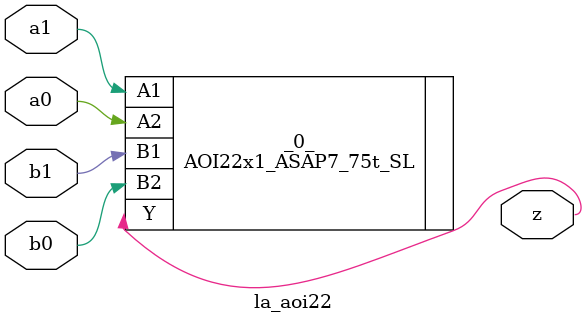
<source format=v>

/* Generated by Yosys 0.44 (git sha1 80ba43d26, g++ 11.4.0-1ubuntu1~22.04 -fPIC -O3) */

(* top =  1  *)
(* src = "generated" *)
(* keep_hierarchy *)
module la_aoi22 (
    a0,
    a1,
    b0,
    b1,
    z
);
  (* src = "generated" *)
  input a0;
  wire a0;
  (* src = "generated" *)
  input a1;
  wire a1;
  (* src = "generated" *)
  input b0;
  wire b0;
  (* src = "generated" *)
  input b1;
  wire b1;
  (* src = "generated" *)
  output z;
  wire z;
  AOI22x1_ASAP7_75t_SL _0_ (
      .A1(a1),
      .A2(a0),
      .B1(b1),
      .B2(b0),
      .Y (z)
  );
endmodule

</source>
